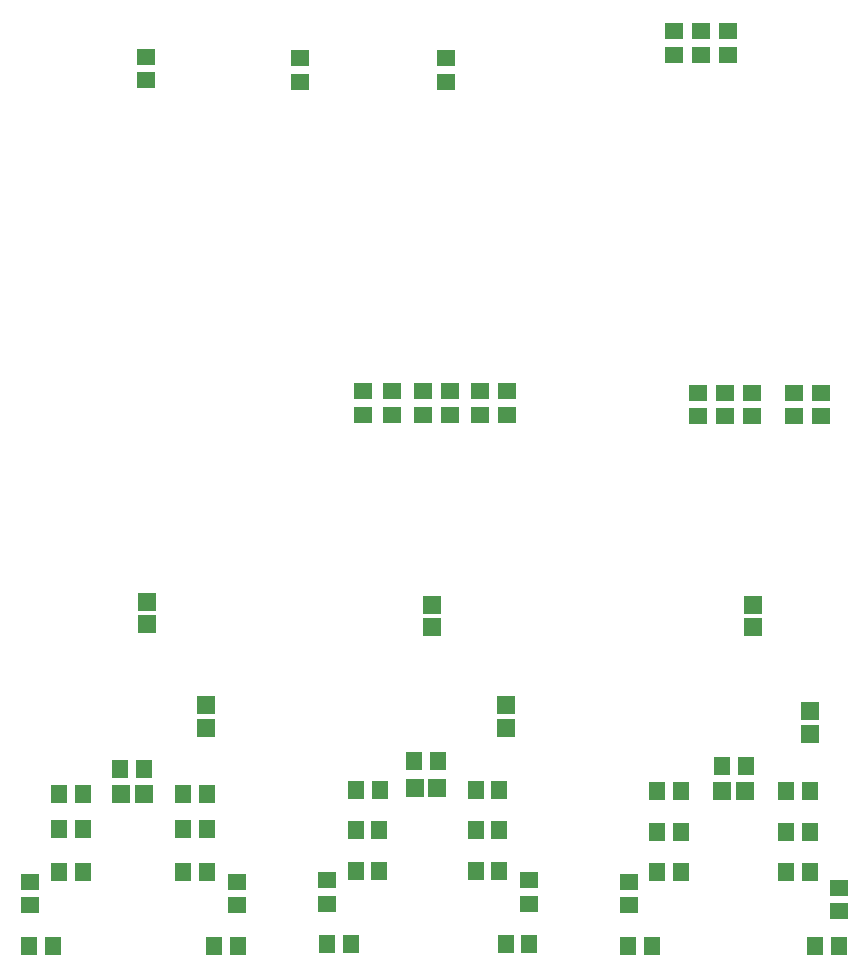
<source format=gtp>
G04 Layer_Color=8421504*
%FSLAX25Y25*%
%MOIN*%
G70*
G01*
G75*
%ADD10R,0.06299X0.05905*%
%ADD11R,0.05512X0.05905*%
%ADD12R,0.05905X0.05512*%
%ADD13R,0.05905X0.06299*%
D10*
X65000Y113260D02*
D03*
Y120740D02*
D03*
X267000Y112260D02*
D03*
Y119740D02*
D03*
X286000Y84240D02*
D03*
Y76760D02*
D03*
X84500Y86240D02*
D03*
Y78760D02*
D03*
X160000Y112260D02*
D03*
Y119740D02*
D03*
X184437Y86240D02*
D03*
Y78760D02*
D03*
D11*
X235063Y57500D02*
D03*
X242937D02*
D03*
X242937Y44000D02*
D03*
X235063D02*
D03*
X235063Y30500D02*
D03*
X242937D02*
D03*
X233177Y6000D02*
D03*
X225303D02*
D03*
X285937Y57500D02*
D03*
X278063D02*
D03*
X278063Y44000D02*
D03*
X285937D02*
D03*
X285937Y30500D02*
D03*
X278063D02*
D03*
X287563Y6000D02*
D03*
X295437D02*
D03*
X264437Y66000D02*
D03*
X256563D02*
D03*
X63937Y65000D02*
D03*
X56063D02*
D03*
X87309Y6000D02*
D03*
X95183D02*
D03*
X84937Y30500D02*
D03*
X77063D02*
D03*
X77063Y44893D02*
D03*
X84937D02*
D03*
X84937Y56607D02*
D03*
X77063D02*
D03*
X33423Y6000D02*
D03*
X25549D02*
D03*
X35563Y30500D02*
D03*
X43437D02*
D03*
X43437Y44893D02*
D03*
X35563D02*
D03*
X35563Y56607D02*
D03*
X43437D02*
D03*
X132874Y6500D02*
D03*
X125000D02*
D03*
X134500Y31000D02*
D03*
X142374D02*
D03*
X142374Y44500D02*
D03*
X134500D02*
D03*
X134563Y58000D02*
D03*
X142437D02*
D03*
X184500Y6500D02*
D03*
X192374D02*
D03*
X182374Y58000D02*
D03*
X174500D02*
D03*
X174500Y44500D02*
D03*
X182374D02*
D03*
X182374Y31000D02*
D03*
X174500D02*
D03*
X161874Y67500D02*
D03*
X154000D02*
D03*
D12*
X225500Y19563D02*
D03*
Y27437D02*
D03*
X295437Y17563D02*
D03*
Y25437D02*
D03*
X94986Y19563D02*
D03*
Y27437D02*
D03*
X25746Y19563D02*
D03*
Y27437D02*
D03*
X124937Y20063D02*
D03*
Y27937D02*
D03*
X192177Y20063D02*
D03*
Y27937D02*
D03*
X289500Y190437D02*
D03*
Y182563D02*
D03*
X280500Y190437D02*
D03*
Y182563D02*
D03*
X146500Y183063D02*
D03*
Y190937D02*
D03*
X137000Y190937D02*
D03*
Y183063D02*
D03*
X166000Y183063D02*
D03*
Y190937D02*
D03*
X157000Y190937D02*
D03*
Y183063D02*
D03*
X185000Y183063D02*
D03*
Y190937D02*
D03*
X176000Y190937D02*
D03*
Y183063D02*
D03*
X257500Y182563D02*
D03*
Y190437D02*
D03*
X266500Y190374D02*
D03*
Y182500D02*
D03*
X248500Y190437D02*
D03*
Y182563D02*
D03*
X258500Y310937D02*
D03*
Y303063D02*
D03*
X249500Y310937D02*
D03*
Y303063D02*
D03*
X240500Y310937D02*
D03*
Y303063D02*
D03*
X64500Y294563D02*
D03*
Y302437D02*
D03*
X164500Y301937D02*
D03*
Y294063D02*
D03*
X116000Y294063D02*
D03*
Y301937D02*
D03*
D13*
X264099Y57554D02*
D03*
X256619D02*
D03*
X63740Y56500D02*
D03*
X56260D02*
D03*
X161677Y58500D02*
D03*
X154197D02*
D03*
M02*

</source>
